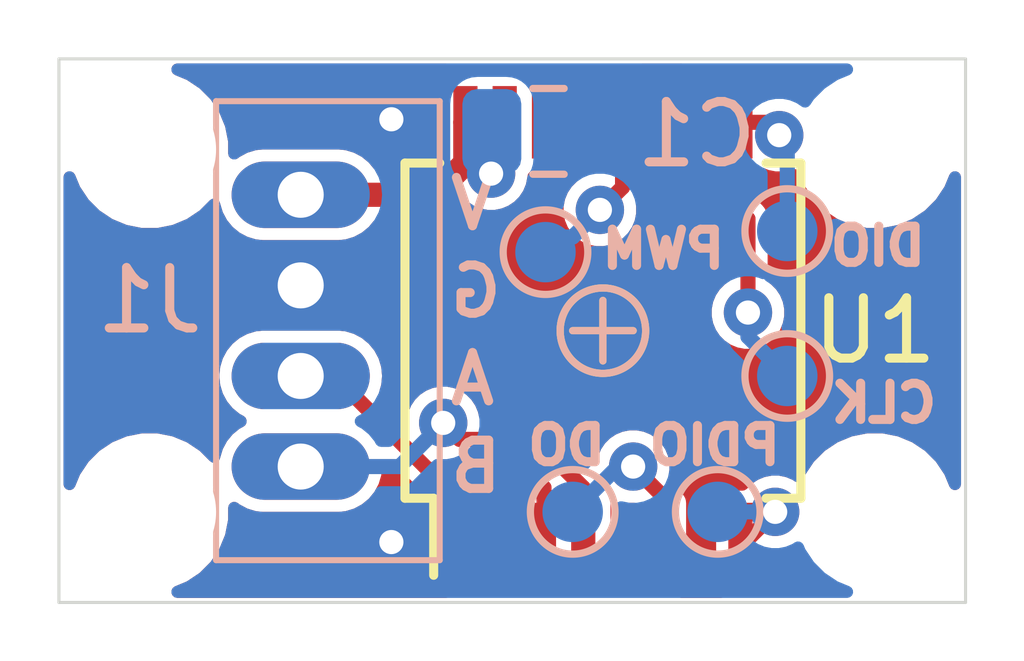
<source format=kicad_pcb>
(kicad_pcb (version 20171130) (host pcbnew 5.1.2-f72e74a~84~ubuntu18.04.1)

  (general
    (thickness 1.6)
    (drawings 19)
    (tracks 53)
    (zones 0)
    (modules 12)
    (nets 12)
  )

  (page A4)
  (layers
    (0 F.Cu signal)
    (31 B.Cu signal)
    (32 B.Adhes user hide)
    (33 F.Adhes user hide)
    (34 B.Paste user hide)
    (35 F.Paste user hide)
    (36 B.SilkS user hide)
    (37 F.SilkS user hide)
    (38 B.Mask user hide)
    (39 F.Mask user hide)
    (40 Dwgs.User user hide)
    (41 Cmts.User user hide)
    (42 Eco1.User user hide)
    (43 Eco2.User user hide)
    (44 Edge.Cuts user)
    (45 Margin user hide)
    (46 B.CrtYd user hide)
    (47 F.CrtYd user hide)
    (48 B.Fab user hide)
    (49 F.Fab user hide)
  )

  (setup
    (last_trace_width 0.25)
    (trace_clearance 0.2)
    (zone_clearance 0.05)
    (zone_45_only no)
    (trace_min 0.2)
    (via_size 0.8)
    (via_drill 0.4)
    (via_min_size 0.4)
    (via_min_drill 0.3)
    (uvia_size 0.3)
    (uvia_drill 0.1)
    (uvias_allowed no)
    (uvia_min_size 0.2)
    (uvia_min_drill 0.1)
    (edge_width 0.05)
    (segment_width 0.2)
    (pcb_text_width 0.3)
    (pcb_text_size 1.5 1.5)
    (mod_edge_width 0.12)
    (mod_text_size 1 1)
    (mod_text_width 0.15)
    (pad_size 1 1)
    (pad_drill 0)
    (pad_to_mask_clearance 0.051)
    (solder_mask_min_width 0.25)
    (aux_axis_origin 0 0)
    (visible_elements FFFFFF7F)
    (pcbplotparams
      (layerselection 0x010f0_ffffffff)
      (usegerberextensions false)
      (usegerberattributes false)
      (usegerberadvancedattributes false)
      (creategerberjobfile false)
      (excludeedgelayer true)
      (linewidth 0.100000)
      (plotframeref false)
      (viasonmask false)
      (mode 1)
      (useauxorigin false)
      (hpglpennumber 1)
      (hpglpenspeed 20)
      (hpglpendiameter 15.000000)
      (psnegative false)
      (psa4output false)
      (plotreference true)
      (plotvalue true)
      (plotinvisibletext false)
      (padsonsilk false)
      (subtractmaskfromsilk false)
      (outputformat 1)
      (mirror false)
      (drillshape 0)
      (scaleselection 1)
      (outputdirectory "./gerber"))
  )

  (net 0 "")
  (net 1 GND)
  (net 2 +3V3)
  (net 3 /DTest2_B)
  (net 4 /DTest1_A)
  (net 5 "Net-(U1-Pad12)")
  (net 6 "Net-(U1-Pad10)")
  (net 7 "Net-(U1-Pad9)")
  (net 8 "Net-(U1-Pad8)")
  (net 9 "Net-(U1-Pad6)")
  (net 10 "Net-(U1-Pad2)")
  (net 11 "Net-(U1-Pad1)")

  (net_class Default "This is the default net class."
    (clearance 0.2)
    (trace_width 0.25)
    (via_dia 0.8)
    (via_drill 0.4)
    (uvia_dia 0.3)
    (uvia_drill 0.1)
    (add_net +3V3)
    (add_net /DTest1_A)
    (add_net /DTest2_B)
    (add_net GND)
    (add_net "Net-(U1-Pad1)")
    (add_net "Net-(U1-Pad10)")
    (add_net "Net-(U1-Pad12)")
    (add_net "Net-(U1-Pad2)")
    (add_net "Net-(U1-Pad6)")
    (add_net "Net-(U1-Pad8)")
    (add_net "Net-(U1-Pad9)")
  )

  (module MountingHole:MountingHole_2.2mm_M2 (layer F.Cu) (tedit 56D1B4CB) (tstamp 5D38E4E1)
    (at 146.5 100.5)
    (descr "Mounting Hole 2.2mm, no annular, M2")
    (tags "mounting hole 2.2mm no annular m2")
    (attr virtual)
    (fp_text reference REF** (at 0 -3.2) (layer F.SilkS) hide
      (effects (font (size 1 1) (thickness 0.15)))
    )
    (fp_text value MountingHole_2.2mm_M2 (at 0 3.2) (layer F.Fab) hide
      (effects (font (size 1 1) (thickness 0.15)))
    )
    (fp_text user %R (at 0.3 0) (layer F.Fab) hide
      (effects (font (size 1 1) (thickness 0.15)))
    )
    (fp_circle (center 0 0) (end 2.2 0) (layer Cmts.User) (width 0.15))
    (fp_circle (center 0 0) (end 2.45 0) (layer F.CrtYd) (width 0.05))
    (pad 1 np_thru_hole circle (at 0 0) (size 2.2 2.2) (drill 2.2) (layers *.Cu *.Mask))
  )

  (module MountingHole:MountingHole_2.2mm_M2 (layer F.Cu) (tedit 56D1B4CB) (tstamp 5D38E4C2)
    (at 146.5 94.5)
    (descr "Mounting Hole 2.2mm, no annular, M2")
    (tags "mounting hole 2.2mm no annular m2")
    (attr virtual)
    (fp_text reference REF** (at 0 -3.2) (layer F.SilkS) hide
      (effects (font (size 1 1) (thickness 0.15)))
    )
    (fp_text value MountingHole_2.2mm_M2 (at 0 3.2) (layer F.Fab) hide
      (effects (font (size 1 1) (thickness 0.15)))
    )
    (fp_circle (center 0 0) (end 2.45 0) (layer F.CrtYd) (width 0.05))
    (fp_circle (center 0 0) (end 2.2 0) (layer Cmts.User) (width 0.15))
    (fp_text user %R (at 0.3 0) (layer F.Fab) hide
      (effects (font (size 1 1) (thickness 0.15)))
    )
    (pad 1 np_thru_hole circle (at 0 0) (size 2.2 2.2) (drill 2.2) (layers *.Cu *.Mask))
  )

  (module MountingHole:MountingHole_2.2mm_M2 (layer F.Cu) (tedit 56D1B4CB) (tstamp 5D38E487)
    (at 158.5 94.5)
    (descr "Mounting Hole 2.2mm, no annular, M2")
    (tags "mounting hole 2.2mm no annular m2")
    (attr virtual)
    (fp_text reference REF** (at 0 -3.2) (layer F.SilkS) hide
      (effects (font (size 1 1) (thickness 0.15)))
    )
    (fp_text value MountingHole_2.2mm_M2 (at 0 3.2) (layer F.Fab) hide
      (effects (font (size 1 1) (thickness 0.15)))
    )
    (fp_text user %R (at 0.3 0) (layer F.Fab) hide
      (effects (font (size 1 1) (thickness 0.15)))
    )
    (fp_circle (center 0 0) (end 2.2 0) (layer Cmts.User) (width 0.15))
    (fp_circle (center 0 0) (end 2.45 0) (layer F.CrtYd) (width 0.05))
    (pad 1 np_thru_hole circle (at 0 0) (size 2.2 2.2) (drill 2.2) (layers *.Cu *.Mask))
  )

  (module MountingHole:MountingHole_2.2mm_M2 (layer F.Cu) (tedit 56D1B4CB) (tstamp 5D38E43D)
    (at 158.5 100.5)
    (descr "Mounting Hole 2.2mm, no annular, M2")
    (tags "mounting hole 2.2mm no annular m2")
    (attr virtual)
    (fp_text reference REF** (at 0 -3.2) (layer F.SilkS) hide
      (effects (font (size 1 1) (thickness 0.15)))
    )
    (fp_text value MountingHole_2.2mm_M2 (at 0 3.2) (layer F.Fab) hide
      (effects (font (size 1 1) (thickness 0.15)))
    )
    (fp_circle (center 0 0) (end 2.45 0) (layer F.CrtYd) (width 0.05))
    (fp_circle (center 0 0) (end 2.2 0) (layer Cmts.User) (width 0.15))
    (fp_text user %R (at 0.3 0) (layer F.Fab) hide
      (effects (font (size 1 1) (thickness 0.15)))
    )
    (pad 1 np_thru_hole circle (at 0 0) (size 2.2 2.2) (drill 2.2) (layers *.Cu *.Mask))
  )

  (module TestPoint:TestPoint_Pad_D1.0mm (layer B.Cu) (tedit 5D1FA530) (tstamp 5D1FA6D0)
    (at 157.05 95.85)
    (descr "SMD pad as test Point, diameter 1.0mm")
    (tags "test point SMD pad")
    (attr virtual)
    (fp_text reference REF** (at 0 1.448) (layer B.SilkS) hide
      (effects (font (size 1 1) (thickness 0.15)) (justify mirror))
    )
    (fp_text value TestPoint_Pad_D1.0mm (at 0 -1.55) (layer B.Fab) hide
      (effects (font (size 1 1) (thickness 0.15)) (justify mirror))
    )
    (fp_text user %R (at 0 1.45) (layer B.Fab) hide
      (effects (font (size 1 1) (thickness 0.15)) (justify mirror))
    )
    (fp_circle (center 0 0) (end 1 0) (layer B.CrtYd) (width 0.05))
    (fp_circle (center 0 0) (end 0 -0.7) (layer B.SilkS) (width 0.12))
    (pad 1 smd circle (at 0 0) (size 1 1) (layers B.Cu B.Mask)
      (net 7 "Net-(U1-Pad9)"))
  )

  (module TestPoint:TestPoint_Pad_D1.0mm (layer B.Cu) (tedit 5D1FA59C) (tstamp 5D1FA75D)
    (at 157.05 98.25)
    (descr "SMD pad as test Point, diameter 1.0mm")
    (tags "test point SMD pad")
    (attr virtual)
    (fp_text reference REF** (at 0 1.448) (layer B.SilkS) hide
      (effects (font (size 1 1) (thickness 0.15)) (justify mirror))
    )
    (fp_text value TestPoint_Pad_D1.0mm (at 0 -1.55) (layer B.Fab) hide
      (effects (font (size 1 1) (thickness 0.15)) (justify mirror))
    )
    (fp_text user %R (at 0 1.45) (layer B.Fab) hide
      (effects (font (size 1 1) (thickness 0.15)) (justify mirror))
    )
    (fp_circle (center 0 0) (end 1 0) (layer B.CrtYd) (width 0.05))
    (fp_circle (center 0 0) (end 0 -0.7) (layer B.SilkS) (width 0.12))
    (pad 1 smd circle (at 0 0) (size 1 1) (layers B.Cu B.Mask)
      (net 6 "Net-(U1-Pad10)"))
  )

  (module TestPoint:TestPoint_Pad_D1.0mm (layer B.Cu) (tedit 5D1FA41C) (tstamp 5D1FA4BD)
    (at 153.05 96.2)
    (descr "SMD pad as test Point, diameter 1.0mm")
    (tags "test point SMD pad")
    (attr virtual)
    (fp_text reference REF** (at 0 1.448) (layer B.SilkS) hide
      (effects (font (size 1 1) (thickness 0.15)) (justify mirror))
    )
    (fp_text value TestPoint_Pad_D1.0mm (at 0 -1.55) (layer B.Fab) hide
      (effects (font (size 1 1) (thickness 0.15)) (justify mirror))
    )
    (fp_circle (center 0 0) (end 0 -0.7) (layer B.SilkS) (width 0.12))
    (fp_circle (center 0 0) (end 1 0) (layer B.CrtYd) (width 0.05))
    (fp_text user %R (at 0 1.45) (layer B.Fab) hide
      (effects (font (size 1 1) (thickness 0.15)) (justify mirror))
    )
    (pad 1 smd circle (at 0 0) (size 1 1) (layers B.Cu B.Mask)
      (net 5 "Net-(U1-Pad12)"))
  )

  (module TestPoint:TestPoint_Pad_D1.0mm (layer B.Cu) (tedit 5D1FA328) (tstamp 5D1FA3BF)
    (at 155.9 100.5)
    (descr "SMD pad as test Point, diameter 1.0mm")
    (tags "test point SMD pad")
    (attr virtual)
    (fp_text reference REF** (at 0 1.448) (layer B.SilkS) hide
      (effects (font (size 1 1) (thickness 0.15)) (justify mirror))
    )
    (fp_text value TestPoint_Pad_D1.0mm (at 0 -1.55) (layer B.Fab) hide
      (effects (font (size 1 1) (thickness 0.15)) (justify mirror))
    )
    (fp_text user %R (at 0 1.45) (layer B.Fab) hide
      (effects (font (size 1 1) (thickness 0.15)) (justify mirror))
    )
    (fp_circle (center 0 0) (end 1 0) (layer B.CrtYd) (width 0.05))
    (fp_circle (center 0 0) (end 0 -0.7) (layer B.SilkS) (width 0.12))
    (pad 1 smd circle (at 0 0) (size 1 1) (layers B.Cu B.Mask)
      (net 8 "Net-(U1-Pad8)"))
  )

  (module TestPoint:TestPoint_Pad_D1.0mm (layer B.Cu) (tedit 5D1CFB7D) (tstamp 5D1CFEDD)
    (at 153.5 100.5)
    (descr "SMD pad as test Point, diameter 1.0mm")
    (tags "test point SMD pad")
    (attr virtual)
    (fp_text reference REF** (at 0 1.448) (layer B.SilkS) hide
      (effects (font (size 1 1) (thickness 0.15)) (justify mirror))
    )
    (fp_text value TestPoint_Pad_D1.0mm (at 0 -1.55) (layer B.Fab) hide
      (effects (font (size 1 1) (thickness 0.15)) (justify mirror))
    )
    (fp_circle (center 0 0) (end 0 -0.7) (layer B.SilkS) (width 0.12))
    (fp_circle (center 0 0) (end 1 0) (layer B.CrtYd) (width 0.05))
    (fp_text user %R (at 0 1.45) (layer B.Fab) hide
      (effects (font (size 1 1) (thickness 0.15)) (justify mirror))
    )
    (pad 1 smd circle (at 0 0) (size 1 1) (layers B.Cu B.Mask)
      (net 9 "Net-(U1-Pad6)"))
  )

  (module Escritorio:B4B-ZR (layer B.Cu) (tedit 5D1B9B2B) (tstamp 5D052C92)
    (at 149.45 97.5 270)
    (path /5D059DBD)
    (fp_text reference J1 (at -0.5 2.95 180) (layer B.SilkS)
      (effects (font (size 1 1) (thickness 0.15)) (justify mirror))
    )
    (fp_text value Conn_01x04_Male (at 0 2.5 90) (layer B.Fab) hide
      (effects (font (size 1 1) (thickness 0.15)) (justify mirror))
    )
    (fp_line (start 3.8 1.85) (end -3.8 1.85) (layer B.SilkS) (width 0.1))
    (fp_line (start -3.8 -1.85) (end -3.8 1.85) (layer B.SilkS) (width 0.1))
    (fp_line (start 3.8 -1.85) (end -3.8 -1.85) (layer B.SilkS) (width 0.1))
    (fp_line (start 3.8 1.85) (end 3.8 -1.85) (layer B.SilkS) (width 0.1))
    (fp_text user %R (at 0 0 90) (layer B.Fab)
      (effects (font (size 0.5 0.5) (thickness 0.075)) (justify mirror))
    )
    (fp_line (start 3.75 1.75) (end 3.75 -1.75) (layer B.Fab) (width 0.1))
    (fp_line (start -3.75 -1.75) (end 3.75 -1.75) (layer B.Fab) (width 0.1))
    (fp_line (start -3.75 1.75) (end 3.75 1.75) (layer B.Fab) (width 0.1))
    (fp_line (start -3.75 1.75) (end -3.75 -1.75) (layer B.Fab) (width 0.1))
    (pad 1 thru_hole oval (at -2.25 0.45 270) (size 1.1 2.286) (drill 0.762) (layers *.Cu *.Mask)
      (net 2 +3V3))
    (pad 2 thru_hole oval (at -0.75 0.45 270) (size 1.1 2.286) (drill 0.762) (layers *.Cu *.Mask)
      (net 1 GND))
    (pad 4 thru_hole oval (at 2.25 0.45 270) (size 1.1 2.286) (drill 0.762) (layers *.Cu *.Mask)
      (net 3 /DTest2_B))
    (pad 3 thru_hole oval (at 0.75 0.45 270) (size 1.1 2.286) (drill 0.762) (layers *.Cu *.Mask)
      (net 4 /DTest1_A))
    (model /home/pcounhago/Fusion003.wrl
      (at (xyz 0 0 0))
      (scale (xyz 1 1 1))
      (rotate (xyz 0 0 0))
    )
  )

  (module Package_SO:SSOP-16_5.3x6.2mm_P0.65mm (layer F.Cu) (tedit 5A02F25C) (tstamp 5D1FADF5)
    (at 154 97.5 90)
    (descr "SSOP16: plastic shrink small outline package; 16 leads; body width 5.3 mm; (see NXP SSOP-TSSOP-VSO-REFLOW.pdf and sot338-1_po.pdf)")
    (tags "SSOP 0.65")
    (path /5D049C5A)
    (attr smd)
    (fp_text reference U1 (at 0 4.5 180) (layer F.SilkS)
      (effects (font (size 1 1) (thickness 0.15)))
    )
    (fp_text value AS5145B-HSST (at -5.5 -1 180) (layer F.Fab) hide
      (effects (font (size 1 1) (thickness 0.15)))
    )
    (fp_text user %R (at 0 0 90) (layer F.Fab)
      (effects (font (size 0.8 0.8) (thickness 0.15)))
    )
    (fp_line (start -2.775 -2.8) (end -4.05 -2.8) (layer F.SilkS) (width 0.15))
    (fp_line (start -2.775 3.275) (end 2.775 3.275) (layer F.SilkS) (width 0.15))
    (fp_line (start -2.775 -3.275) (end 2.775 -3.275) (layer F.SilkS) (width 0.15))
    (fp_line (start -2.775 3.275) (end -2.775 2.7) (layer F.SilkS) (width 0.15))
    (fp_line (start 2.775 3.275) (end 2.775 2.7) (layer F.SilkS) (width 0.15))
    (fp_line (start 2.775 -3.275) (end 2.775 -2.7) (layer F.SilkS) (width 0.15))
    (fp_line (start -2.775 -3.275) (end -2.775 -2.8) (layer F.SilkS) (width 0.15))
    (fp_line (start -4.3 3.45) (end 4.3 3.45) (layer F.CrtYd) (width 0.05))
    (fp_line (start -4.3 -3.45) (end 4.3 -3.45) (layer F.CrtYd) (width 0.05))
    (fp_line (start 4.3 -3.45) (end 4.3 3.45) (layer F.CrtYd) (width 0.05))
    (fp_line (start -4.3 -3.45) (end -4.3 3.45) (layer F.CrtYd) (width 0.05))
    (fp_line (start -2.65 -2.1) (end -1.65 -3.1) (layer F.Fab) (width 0.15))
    (fp_line (start -2.65 3.1) (end -2.65 -2.1) (layer F.Fab) (width 0.15))
    (fp_line (start 2.65 3.1) (end -2.65 3.1) (layer F.Fab) (width 0.15))
    (fp_line (start 2.65 -3.1) (end 2.65 3.1) (layer F.Fab) (width 0.15))
    (fp_line (start -1.65 -3.1) (end 2.65 -3.1) (layer F.Fab) (width 0.15))
    (pad 16 smd rect (at 3.45 -2.275 90) (size 1.2 0.4) (layers F.Cu F.Paste F.Mask)
      (net 2 +3V3))
    (pad 15 smd rect (at 3.45 -1.625 90) (size 1.2 0.4) (layers F.Cu F.Paste F.Mask)
      (net 2 +3V3))
    (pad 14 smd rect (at 3.45 -0.975 90) (size 1.2 0.4) (layers F.Cu F.Paste F.Mask))
    (pad 13 smd rect (at 3.45 -0.325 90) (size 1.2 0.4) (layers F.Cu F.Paste F.Mask))
    (pad 12 smd rect (at 3.45 0.325 90) (size 1.2 0.4) (layers F.Cu F.Paste F.Mask)
      (net 5 "Net-(U1-Pad12)"))
    (pad 11 smd rect (at 3.45 0.975 90) (size 1.2 0.4) (layers F.Cu F.Paste F.Mask)
      (net 1 GND))
    (pad 10 smd rect (at 3.45 1.625 90) (size 1.2 0.4) (layers F.Cu F.Paste F.Mask)
      (net 6 "Net-(U1-Pad10)"))
    (pad 9 smd rect (at 3.45 2.275 90) (size 1.2 0.4) (layers F.Cu F.Paste F.Mask)
      (net 7 "Net-(U1-Pad9)"))
    (pad 8 smd rect (at -3.45 2.275 90) (size 1.2 0.4) (layers F.Cu F.Paste F.Mask)
      (net 8 "Net-(U1-Pad8)"))
    (pad 7 smd rect (at -3.45 1.625 90) (size 1.2 0.4) (layers F.Cu F.Paste F.Mask)
      (net 1 GND))
    (pad 6 smd rect (at -3.45 0.975 90) (size 1.2 0.4) (layers F.Cu F.Paste F.Mask)
      (net 9 "Net-(U1-Pad6)"))
    (pad 5 smd rect (at -3.45 0.325 90) (size 1.2 0.4) (layers F.Cu F.Paste F.Mask))
    (pad 4 smd rect (at -3.45 -0.325 90) (size 1.2 0.4) (layers F.Cu F.Paste F.Mask)
      (net 3 /DTest2_B))
    (pad 3 smd rect (at -3.45 -0.975 90) (size 1.2 0.4) (layers F.Cu F.Paste F.Mask)
      (net 4 /DTest1_A))
    (pad 2 smd rect (at -3.45 -1.625 90) (size 1.2 0.4) (layers F.Cu F.Paste F.Mask)
      (net 10 "Net-(U1-Pad2)"))
    (pad 1 smd rect (at -3.45 -2.275 90) (size 1.2 0.4) (layers F.Cu F.Paste F.Mask)
      (net 11 "Net-(U1-Pad1)"))
    (model ${KISYS3DMOD}/Package_SO.3dshapes/SSOP-16_5.3x6.2mm_P0.65mm.wrl
      (at (xyz 0 0 0))
      (scale (xyz 1 1 1))
      (rotate (xyz 0 0 0))
    )
  )

  (module Capacitor_SMD:C_0805_2012Metric (layer B.Cu) (tedit 5B36C52B) (tstamp 5D052ACB)
    (at 153.1 94.2)
    (descr "Capacitor SMD 0805 (2012 Metric), square (rectangular) end terminal, IPC_7351 nominal, (Body size source: https://docs.google.com/spreadsheets/d/1BsfQQcO9C6DZCsRaXUlFlo91Tg2WpOkGARC1WS5S8t0/edit?usp=sharing), generated with kicad-footprint-generator")
    (tags capacitor)
    (path /5D05977C)
    (attr smd)
    (fp_text reference C1 (at 2.45 0.05 -180) (layer B.SilkS)
      (effects (font (size 1 1) (thickness 0.15)) (justify mirror))
    )
    (fp_text value C (at 0 -1.65) (layer B.Fab) hide
      (effects (font (size 1 1) (thickness 0.15)) (justify mirror))
    )
    (fp_text user %R (at 0 0) (layer B.Fab)
      (effects (font (size 0.5 0.5) (thickness 0.08)) (justify mirror))
    )
    (fp_line (start 1.68 -0.95) (end -1.68 -0.95) (layer B.CrtYd) (width 0.05))
    (fp_line (start 1.68 0.95) (end 1.68 -0.95) (layer B.CrtYd) (width 0.05))
    (fp_line (start -1.68 0.95) (end 1.68 0.95) (layer B.CrtYd) (width 0.05))
    (fp_line (start -1.68 -0.95) (end -1.68 0.95) (layer B.CrtYd) (width 0.05))
    (fp_line (start -0.258578 -0.71) (end 0.258578 -0.71) (layer B.SilkS) (width 0.12))
    (fp_line (start -0.258578 0.71) (end 0.258578 0.71) (layer B.SilkS) (width 0.12))
    (fp_line (start 1 -0.6) (end -1 -0.6) (layer B.Fab) (width 0.1))
    (fp_line (start 1 0.6) (end 1 -0.6) (layer B.Fab) (width 0.1))
    (fp_line (start -1 0.6) (end 1 0.6) (layer B.Fab) (width 0.1))
    (fp_line (start -1 -0.6) (end -1 0.6) (layer B.Fab) (width 0.1))
    (pad 2 smd roundrect (at 0.9375 0) (size 0.975 1.4) (layers B.Cu B.Paste B.Mask) (roundrect_rratio 0.25)
      (net 1 GND))
    (pad 1 smd roundrect (at -0.9375 0) (size 0.975 1.4) (layers B.Cu B.Paste B.Mask) (roundrect_rratio 0.25)
      (net 2 +3V3))
    (model ${KISYS3DMOD}/Capacitor_SMD.3dshapes/C_0805_2012Metric.wrl
      (at (xyz 0 0 0))
      (scale (xyz 1 1 1))
      (rotate (xyz 0 0 0))
    )
  )

  (gr_text CLK (at 158.65 98.7) (layer B.SilkS) (tstamp 5D1FA984)
    (effects (font (size 0.6 0.6) (thickness 0.15)) (justify mirror))
  )
  (gr_text PWM (at 155 96.15) (layer B.SilkS) (tstamp 5D1FA982)
    (effects (font (size 0.6 0.6) (thickness 0.15)) (justify mirror))
  )
  (gr_text DIO (at 158.55 96.1) (layer B.SilkS) (tstamp 5D1FA980)
    (effects (font (size 0.6 0.6) (thickness 0.15)) (justify mirror))
  )
  (gr_text DO (at 153.4 99.4) (layer B.SilkS) (tstamp 5D1FA92F)
    (effects (font (size 0.6 0.6) (thickness 0.15)) (justify mirror))
  )
  (gr_text "PDIO\n" (at 155.85 99.4) (layer B.SilkS)
    (effects (font (size 0.6 0.6) (thickness 0.15)) (justify mirror))
  )
  (gr_line (start 154.5 97.5) (end 153.5 97.5) (layer F.SilkS) (width 0.12) (tstamp 5D0622C2))
  (gr_circle (center 154 97.5) (end 153.5 98) (layer F.SilkS) (width 0.12) (tstamp 5D0622C1))
  (gr_line (start 154 98) (end 154 97) (layer F.SilkS) (width 0.12) (tstamp 5D0622C0))
  (gr_circle (center 154 97.5) (end 153.5 97) (layer B.SilkS) (width 0.12))
  (gr_line (start 154.5 97.5) (end 153.5 97.5) (layer B.SilkS) (width 0.12))
  (gr_line (start 154 97) (end 154 98) (layer B.SilkS) (width 0.12))
  (gr_text V (at 151.842857 95.4) (layer B.SilkS) (tstamp 5D3745AE)
    (effects (font (size 0.8 0.8) (thickness 0.15)) (justify mirror))
  )
  (gr_text B (at 151.9 99.75) (layer B.SilkS) (tstamp 5D0529BE)
    (effects (font (size 0.8 0.8) (thickness 0.15)) (justify mirror))
  )
  (gr_text A (at 151.842857 98.3) (layer B.SilkS) (tstamp 5D0529BB)
    (effects (font (size 0.8 0.8) (thickness 0.15)) (justify mirror))
  )
  (gr_text G (at 151.9 96.85) (layer B.SilkS) (tstamp 5D0529B8)
    (effects (font (size 0.8 0.8) (thickness 0.15)) (justify mirror))
  )
  (gr_line (start 145 93) (end 145 102) (layer Edge.Cuts) (width 0.05) (tstamp 5D05256C))
  (gr_line (start 160 93) (end 145 93) (layer Edge.Cuts) (width 0.05))
  (gr_line (start 160 102) (end 160 93) (layer Edge.Cuts) (width 0.05))
  (gr_line (start 160 102) (end 145 102) (layer Edge.Cuts) (width 0.05) (tstamp 5D043230))

  (via (at 150.5 101) (size 0.8) (drill 0.4) (layers F.Cu B.Cu) (net 1))
  (via (at 150.5 94) (size 0.8) (drill 0.4) (layers F.Cu B.Cu) (net 1))
  (segment (start 151.725 94.725) (end 151.725 94.05) (width 0.4) (layer F.Cu) (net 2))
  (segment (start 148.95 95.25) (end 151.2 95.25) (width 0.4) (layer F.Cu) (net 2))
  (segment (start 151.2 95.25) (end 151.725 94.725) (width 0.4) (layer F.Cu) (net 2))
  (via (at 152.15 94.9) (size 0.8) (drill 0.4) (layers F.Cu B.Cu) (net 2))
  (segment (start 152.1625 94.8875) (end 152.15 94.9) (width 0.25) (layer B.Cu) (net 2))
  (segment (start 152.1625 94.2) (end 152.1625 94.8875) (width 0.4) (layer B.Cu) (net 2))
  (segment (start 152.375 94.05) (end 151.725 94.05) (width 0.4) (layer F.Cu) (net 2))
  (segment (start 152.05 94.8) (end 152.15 94.9) (width 0.4) (layer F.Cu) (net 2))
  (segment (start 152.05 94.3) (end 152.05 94.8) (width 0.4) (layer F.Cu) (net 2))
  (segment (start 151.725 94.05) (end 151.975 94.3) (width 0.4) (layer F.Cu) (net 2))
  (segment (start 151.975 94.3) (end 152.05 94.3) (width 0.4) (layer F.Cu) (net 2))
  (via (at 151.357814 99.027043) (size 0.8) (drill 0.4) (layers F.Cu B.Cu) (net 3))
  (segment (start 150.634857 99.75) (end 151.357814 99.027043) (width 0.25) (layer B.Cu) (net 3))
  (segment (start 148.95 99.75) (end 150.634857 99.75) (width 0.25) (layer B.Cu) (net 3))
  (segment (start 151.630771 99.3) (end 151.357814 99.027043) (width 0.25) (layer F.Cu) (net 3))
  (segment (start 152.875 99.3) (end 151.630771 99.3) (width 0.25) (layer F.Cu) (net 3))
  (segment (start 153.675 100.95) (end 153.675 100.1) (width 0.25) (layer F.Cu) (net 3))
  (segment (start 153.675 100.1) (end 152.875 99.3) (width 0.25) (layer F.Cu) (net 3))
  (segment (start 152.725 99.8) (end 153.025 100.1) (width 0.25) (layer F.Cu) (net 4))
  (segment (start 151.105452 99.8) (end 152.725 99.8) (width 0.25) (layer F.Cu) (net 4))
  (segment (start 148.95 98.25) (end 149.555452 98.25) (width 0.25) (layer F.Cu) (net 4))
  (segment (start 149.555452 98.25) (end 151.105452 99.8) (width 0.25) (layer F.Cu) (net 4))
  (segment (start 153.025 100.1) (end 153.025 100.95) (width 0.25) (layer F.Cu) (net 4))
  (via (at 153.95 95.5) (size 0.8) (drill 0.4) (layers F.Cu B.Cu) (net 5))
  (segment (start 154.3 94.075) (end 154.325 94.05) (width 0.25) (layer F.Cu) (net 5))
  (segment (start 153.5 95.95) (end 153.95 95.5) (width 0.25) (layer B.Cu) (net 5))
  (segment (start 152.95 95.95) (end 153.5 95.95) (width 0.25) (layer B.Cu) (net 5))
  (segment (start 154.325 95.125) (end 154.325 94.05) (width 0.25) (layer F.Cu) (net 5))
  (segment (start 153.95 95.5) (end 154.325 95.125) (width 0.25) (layer F.Cu) (net 5))
  (segment (start 156.4 97.6) (end 157.05 98.25) (width 0.25) (layer B.Cu) (net 6))
  (via (at 156.4 97.2) (size 0.8) (drill 0.4) (layers F.Cu B.Cu) (net 6))
  (segment (start 156.4 97.2) (end 156.4 97.6) (width 0.25) (layer B.Cu) (net 6))
  (segment (start 156.4 95.65) (end 156.4 97.2) (width 0.25) (layer F.Cu) (net 6))
  (segment (start 155.625 94.05) (end 155.625 94.875) (width 0.25) (layer F.Cu) (net 6))
  (segment (start 155.625 94.875) (end 156.4 95.65) (width 0.25) (layer F.Cu) (net 6))
  (segment (start 156.275 94.05) (end 156.35 94.05) (width 0.25) (layer F.Cu) (net 7))
  (segment (start 157.05 95.85) (end 157.05 94.395651) (width 0.25) (layer B.Cu) (net 7))
  (segment (start 156.917079 94.242079) (end 156.917079 94.26273) (width 0.25) (layer F.Cu) (net 7))
  (segment (start 156.725 94.05) (end 156.917079 94.242079) (width 0.25) (layer F.Cu) (net 7))
  (via (at 156.917079 94.26273) (size 0.8) (drill 0.4) (layers F.Cu B.Cu) (net 7))
  (segment (start 157.05 94.395651) (end 156.917079 94.26273) (width 0.25) (layer B.Cu) (net 7))
  (segment (start 156.275 94.05) (end 156.725 94.05) (width 0.25) (layer F.Cu) (net 7))
  (via (at 156.85 100.5) (size 0.8) (drill 0.4) (layers F.Cu B.Cu) (net 8))
  (segment (start 156.4 100.95) (end 156.85 100.5) (width 0.25) (layer F.Cu) (net 8))
  (segment (start 156.275 100.95) (end 156.4 100.95) (width 0.25) (layer F.Cu) (net 8))
  (segment (start 156.85 100.5) (end 155.9 100.5) (width 0.25) (layer B.Cu) (net 8))
  (segment (start 154.975 100.95) (end 154.975 100.224998) (width 0.25) (layer F.Cu) (net 9))
  (via (at 154.5 99.749998) (size 0.8) (drill 0.4) (layers F.Cu B.Cu) (net 9))
  (segment (start 154.975 100.224998) (end 154.5 99.749998) (width 0.25) (layer F.Cu) (net 9))
  (segment (start 154.250002 99.749998) (end 153.5 100.5) (width 0.25) (layer B.Cu) (net 9))
  (segment (start 154.5 99.749998) (end 154.250002 99.749998) (width 0.25) (layer B.Cu) (net 9))

  (zone (net 1) (net_name GND) (layer F.Cu) (tstamp 5D38E602) (hatch edge 0.508)
    (connect_pads yes (clearance 0.05))
    (min_thickness 0.2)
    (fill yes (arc_segments 32) (thermal_gap 0.2) (thermal_bridge_width 0.5))
    (polygon
      (pts
        (xy 145 102) (xy 145 93) (xy 160 93) (xy 160 102)
      )
    )
    (filled_polygon
      (pts
        (xy 150.790171 100.08576) (xy 150.803478 100.101974) (xy 150.868192 100.155084) (xy 150.942025 100.194548) (xy 150.997835 100.211478)
        (xy 151.022137 100.21885) (xy 151.03055 100.219679) (xy 151.084578 100.225) (xy 151.084584 100.225) (xy 151.105451 100.227055)
        (xy 151.126318 100.225) (xy 151.251649 100.225) (xy 151.246496 100.23464) (xy 151.229341 100.29119) (xy 151.223549 100.35)
        (xy 151.223549 101.55) (xy 151.229341 101.60881) (xy 151.246496 101.66536) (xy 151.274353 101.717477) (xy 151.311842 101.763158)
        (xy 151.357523 101.800647) (xy 151.403084 101.825) (xy 146.959544 101.825) (xy 147.163149 101.740664) (xy 147.392448 101.587451)
        (xy 147.587451 101.392448) (xy 147.740664 101.163149) (xy 147.846199 100.908365) (xy 147.9 100.637888) (xy 147.9 100.433511)
        (xy 147.932481 100.460168) (xy 148.080145 100.539097) (xy 148.240371 100.5877) (xy 148.365251 100.6) (xy 149.634749 100.6)
        (xy 149.759629 100.5877) (xy 149.919855 100.539097) (xy 150.067519 100.460168) (xy 150.196948 100.353948) (xy 150.303168 100.224519)
        (xy 150.382097 100.076855) (xy 150.4307 99.916629) (xy 150.447112 99.75) (xy 150.446315 99.741903)
      )
    )
    (filled_polygon
      (pts
        (xy 155.257523 93.199353) (xy 155.211842 93.236842) (xy 155.174353 93.282523) (xy 155.146496 93.33464) (xy 155.129341 93.39119)
        (xy 155.123549 93.45) (xy 155.123549 94.65) (xy 155.129341 94.70881) (xy 155.146496 94.76536) (xy 155.174353 94.817477)
        (xy 155.200001 94.848729) (xy 155.200001 94.854124) (xy 155.197945 94.875) (xy 155.20615 94.958314) (xy 155.220049 95.00413)
        (xy 155.230453 95.038427) (xy 155.269917 95.11226) (xy 155.323027 95.176974) (xy 155.339239 95.190279) (xy 155.975 95.82604)
        (xy 155.975001 96.642092) (xy 155.953776 96.656274) (xy 155.856274 96.753776) (xy 155.779668 96.868426) (xy 155.726901 96.995818)
        (xy 155.7 97.131056) (xy 155.7 97.268944) (xy 155.726901 97.404182) (xy 155.779668 97.531574) (xy 155.856274 97.646224)
        (xy 155.953776 97.743726) (xy 156.068426 97.820332) (xy 156.195818 97.873099) (xy 156.331056 97.9) (xy 156.468944 97.9)
        (xy 156.604182 97.873099) (xy 156.731574 97.820332) (xy 156.846224 97.743726) (xy 156.943726 97.646224) (xy 157.020332 97.531574)
        (xy 157.073099 97.404182) (xy 157.1 97.268944) (xy 157.1 97.131056) (xy 157.073099 96.995818) (xy 157.020332 96.868426)
        (xy 156.943726 96.753776) (xy 156.846224 96.656274) (xy 156.825 96.642093) (xy 156.825 95.670874) (xy 156.827056 95.65)
        (xy 156.81885 95.566686) (xy 156.794548 95.486573) (xy 156.770866 95.442267) (xy 156.755084 95.41274) (xy 156.701974 95.348026)
        (xy 156.685758 95.334718) (xy 156.302491 94.951451) (xy 156.475 94.951451) (xy 156.53381 94.945659) (xy 156.59036 94.928504)
        (xy 156.636139 94.904035) (xy 156.712897 94.935829) (xy 156.848135 94.96273) (xy 156.986023 94.96273) (xy 157.121261 94.935829)
        (xy 157.158746 94.920302) (xy 157.259336 95.163149) (xy 157.412549 95.392448) (xy 157.607552 95.587451) (xy 157.836851 95.740664)
        (xy 158.091635 95.846199) (xy 158.362112 95.9) (xy 158.637888 95.9) (xy 158.908365 95.846199) (xy 159.163149 95.740664)
        (xy 159.392448 95.587451) (xy 159.587451 95.392448) (xy 159.740664 95.163149) (xy 159.825001 94.959542) (xy 159.825 100.040456)
        (xy 159.740664 99.836851) (xy 159.587451 99.607552) (xy 159.392448 99.412549) (xy 159.163149 99.259336) (xy 158.908365 99.153801)
        (xy 158.637888 99.1) (xy 158.362112 99.1) (xy 158.091635 99.153801) (xy 157.836851 99.259336) (xy 157.607552 99.412549)
        (xy 157.412549 99.607552) (xy 157.259336 99.836851) (xy 157.228589 99.911082) (xy 157.181574 99.879668) (xy 157.054182 99.826901)
        (xy 156.918944 99.8) (xy 156.781056 99.8) (xy 156.645818 99.826901) (xy 156.518426 99.879668) (xy 156.403776 99.956274)
        (xy 156.311501 100.048549) (xy 156.075 100.048549) (xy 156.01619 100.054341) (xy 155.95964 100.071496) (xy 155.907523 100.099353)
        (xy 155.861842 100.136842) (xy 155.824353 100.182523) (xy 155.796496 100.23464) (xy 155.779341 100.29119) (xy 155.773549 100.35)
        (xy 155.773549 101.55) (xy 155.779341 101.60881) (xy 155.796496 101.66536) (xy 155.824353 101.717477) (xy 155.861842 101.763158)
        (xy 155.907523 101.800647) (xy 155.953084 101.825) (xy 155.296916 101.825) (xy 155.342477 101.800647) (xy 155.388158 101.763158)
        (xy 155.425647 101.717477) (xy 155.453504 101.66536) (xy 155.470659 101.60881) (xy 155.476451 101.55) (xy 155.476451 100.35)
        (xy 155.470659 100.29119) (xy 155.453504 100.23464) (xy 155.425647 100.182523) (xy 155.394084 100.144063) (xy 155.39385 100.141684)
        (xy 155.369548 100.061571) (xy 155.330084 99.987738) (xy 155.276974 99.923024) (xy 155.260762 99.909719) (xy 155.19502 99.843977)
        (xy 155.2 99.818942) (xy 155.2 99.681054) (xy 155.173099 99.545816) (xy 155.120332 99.418424) (xy 155.043726 99.303774)
        (xy 154.946224 99.206272) (xy 154.831574 99.129666) (xy 154.704182 99.076899) (xy 154.568944 99.049998) (xy 154.431056 99.049998)
        (xy 154.295818 99.076899) (xy 154.168426 99.129666) (xy 154.053776 99.206272) (xy 153.956274 99.303774) (xy 153.879668 99.418424)
        (xy 153.826901 99.545816) (xy 153.809473 99.633432) (xy 153.190283 99.014243) (xy 153.176974 98.998026) (xy 153.11226 98.944916)
        (xy 153.038427 98.905452) (xy 152.958314 98.88115) (xy 152.895874 98.875) (xy 152.895867 98.875) (xy 152.875 98.872945)
        (xy 152.854133 98.875) (xy 152.041284 98.875) (xy 152.030913 98.822861) (xy 151.978146 98.695469) (xy 151.90154 98.580819)
        (xy 151.804038 98.483317) (xy 151.689388 98.406711) (xy 151.561996 98.353944) (xy 151.426758 98.327043) (xy 151.28887 98.327043)
        (xy 151.153632 98.353944) (xy 151.02624 98.406711) (xy 150.91159 98.483317) (xy 150.814088 98.580819) (xy 150.737482 98.695469)
        (xy 150.697789 98.791297) (xy 150.405662 98.49917) (xy 150.4307 98.416629) (xy 150.447112 98.25) (xy 150.4307 98.083371)
        (xy 150.382097 97.923145) (xy 150.303168 97.775481) (xy 150.196948 97.646052) (xy 150.067519 97.539832) (xy 149.919855 97.460903)
        (xy 149.759629 97.4123) (xy 149.634749 97.4) (xy 148.365251 97.4) (xy 148.240371 97.4123) (xy 148.080145 97.460903)
        (xy 147.932481 97.539832) (xy 147.803052 97.646052) (xy 147.696832 97.775481) (xy 147.617903 97.923145) (xy 147.5693 98.083371)
        (xy 147.552888 98.25) (xy 147.5693 98.416629) (xy 147.617903 98.576855) (xy 147.696832 98.724519) (xy 147.803052 98.853948)
        (xy 147.932481 98.960168) (xy 148.007001 99) (xy 147.932481 99.039832) (xy 147.803052 99.146052) (xy 147.696832 99.275481)
        (xy 147.617903 99.423145) (xy 147.5693 99.583371) (xy 147.568759 99.58886) (xy 147.392448 99.412549) (xy 147.163149 99.259336)
        (xy 146.908365 99.153801) (xy 146.637888 99.1) (xy 146.362112 99.1) (xy 146.091635 99.153801) (xy 145.836851 99.259336)
        (xy 145.607552 99.412549) (xy 145.412549 99.607552) (xy 145.259336 99.836851) (xy 145.175 100.040456) (xy 145.175 94.959544)
        (xy 145.259336 95.163149) (xy 145.412549 95.392448) (xy 145.607552 95.587451) (xy 145.836851 95.740664) (xy 146.091635 95.846199)
        (xy 146.362112 95.9) (xy 146.637888 95.9) (xy 146.908365 95.846199) (xy 147.163149 95.740664) (xy 147.392448 95.587451)
        (xy 147.568759 95.41114) (xy 147.5693 95.416629) (xy 147.617903 95.576855) (xy 147.696832 95.724519) (xy 147.803052 95.853948)
        (xy 147.932481 95.960168) (xy 148.080145 96.039097) (xy 148.240371 96.0877) (xy 148.365251 96.1) (xy 149.634749 96.1)
        (xy 149.759629 96.0877) (xy 149.919855 96.039097) (xy 150.067519 95.960168) (xy 150.196948 95.853948) (xy 150.282256 95.75)
        (xy 151.17544 95.75) (xy 151.2 95.752419) (xy 151.22456 95.75) (xy 151.298017 95.742765) (xy 151.392267 95.714175)
        (xy 151.479129 95.667746) (xy 151.555264 95.605264) (xy 151.570929 95.586176) (xy 151.709533 95.447573) (xy 151.818426 95.520332)
        (xy 151.945818 95.573099) (xy 152.081056 95.6) (xy 152.218944 95.6) (xy 152.354182 95.573099) (xy 152.481574 95.520332)
        (xy 152.596224 95.443726) (xy 152.693726 95.346224) (xy 152.770332 95.231574) (xy 152.823099 95.104182) (xy 152.85 94.968944)
        (xy 152.85 94.951451) (xy 153.225 94.951451) (xy 153.28381 94.945659) (xy 153.34036 94.928504) (xy 153.35 94.923351)
        (xy 153.35964 94.928504) (xy 153.41619 94.945659) (xy 153.475 94.951451) (xy 153.510994 94.951451) (xy 153.503776 94.956274)
        (xy 153.406274 95.053776) (xy 153.329668 95.168426) (xy 153.276901 95.295818) (xy 153.25 95.431056) (xy 153.25 95.568944)
        (xy 153.276901 95.704182) (xy 153.329668 95.831574) (xy 153.406274 95.946224) (xy 153.503776 96.043726) (xy 153.618426 96.120332)
        (xy 153.745818 96.173099) (xy 153.881056 96.2) (xy 154.018944 96.2) (xy 154.154182 96.173099) (xy 154.281574 96.120332)
        (xy 154.396224 96.043726) (xy 154.493726 95.946224) (xy 154.570332 95.831574) (xy 154.623099 95.704182) (xy 154.65 95.568944)
        (xy 154.65 95.431056) (xy 154.644854 95.405187) (xy 154.680084 95.36226) (xy 154.719548 95.288427) (xy 154.740989 95.217746)
        (xy 154.74385 95.208315) (xy 154.745735 95.189175) (xy 154.75 95.145874) (xy 154.75 95.145868) (xy 154.752055 95.125001)
        (xy 154.75 95.104134) (xy 154.75 94.848728) (xy 154.775647 94.817477) (xy 154.803504 94.76536) (xy 154.820659 94.70881)
        (xy 154.826451 94.65) (xy 154.826451 93.45) (xy 154.820659 93.39119) (xy 154.803504 93.33464) (xy 154.775647 93.282523)
        (xy 154.738158 93.236842) (xy 154.692477 93.199353) (xy 154.646916 93.175) (xy 155.303084 93.175)
      )
    )
    (filled_polygon
      (pts
        (xy 151.357523 93.199353) (xy 151.311842 93.236842) (xy 151.274353 93.282523) (xy 151.246496 93.33464) (xy 151.229341 93.39119)
        (xy 151.223549 93.45) (xy 151.223549 94.040172) (xy 151.222581 94.05) (xy 151.223549 94.059828) (xy 151.223549 94.519345)
        (xy 150.992895 94.75) (xy 150.282256 94.75) (xy 150.196948 94.646052) (xy 150.067519 94.539832) (xy 149.919855 94.460903)
        (xy 149.759629 94.4123) (xy 149.634749 94.4) (xy 148.365251 94.4) (xy 148.240371 94.4123) (xy 148.080145 94.460903)
        (xy 147.932481 94.539832) (xy 147.9 94.566489) (xy 147.9 94.362112) (xy 147.846199 94.091635) (xy 147.740664 93.836851)
        (xy 147.587451 93.607552) (xy 147.392448 93.412549) (xy 147.163149 93.259336) (xy 146.959544 93.175) (xy 151.403084 93.175)
      )
    )
  )
  (zone (net 1) (net_name GND) (layer B.Cu) (tstamp 5D38E5FF) (hatch edge 0.508)
    (connect_pads yes (clearance 0.05))
    (min_thickness 0.2)
    (fill yes (arc_segments 32) (thermal_gap 0.2) (thermal_bridge_width 0.5))
    (polygon
      (pts
        (xy 145 102) (xy 145 93) (xy 160 93) (xy 160 102)
      )
    )
    (filled_polygon
      (pts
        (xy 157.836851 93.259336) (xy 157.607552 93.412549) (xy 157.412549 93.607552) (xy 157.345865 93.707352) (xy 157.248653 93.642398)
        (xy 157.121261 93.589631) (xy 156.986023 93.56273) (xy 156.848135 93.56273) (xy 156.712897 93.589631) (xy 156.585505 93.642398)
        (xy 156.470855 93.719004) (xy 156.373353 93.816506) (xy 156.296747 93.931156) (xy 156.24398 94.058548) (xy 156.217079 94.193786)
        (xy 156.217079 94.331674) (xy 156.24398 94.466912) (xy 156.296747 94.594304) (xy 156.373353 94.708954) (xy 156.470855 94.806456)
        (xy 156.585505 94.883062) (xy 156.625001 94.899421) (xy 156.625 95.171824) (xy 156.54003 95.228599) (xy 156.428599 95.34003)
        (xy 156.341049 95.471058) (xy 156.280743 95.616649) (xy 156.25 95.771207) (xy 156.25 95.928793) (xy 156.280743 96.083351)
        (xy 156.341049 96.228942) (xy 156.428599 96.35997) (xy 156.54003 96.471401) (xy 156.653933 96.547508) (xy 156.604182 96.526901)
        (xy 156.468944 96.5) (xy 156.331056 96.5) (xy 156.195818 96.526901) (xy 156.068426 96.579668) (xy 155.953776 96.656274)
        (xy 155.856274 96.753776) (xy 155.779668 96.868426) (xy 155.726901 96.995818) (xy 155.7 97.131056) (xy 155.7 97.268944)
        (xy 155.726901 97.404182) (xy 155.779668 97.531574) (xy 155.856274 97.646224) (xy 155.953776 97.743726) (xy 156.017782 97.786493)
        (xy 156.044917 97.83726) (xy 156.098027 97.901974) (xy 156.114239 97.915279) (xy 156.269937 98.070977) (xy 156.25 98.171207)
        (xy 156.25 98.328793) (xy 156.280743 98.483351) (xy 156.341049 98.628942) (xy 156.428599 98.75997) (xy 156.54003 98.871401)
        (xy 156.671058 98.958951) (xy 156.816649 99.019257) (xy 156.971207 99.05) (xy 157.128793 99.05) (xy 157.283351 99.019257)
        (xy 157.428942 98.958951) (xy 157.55997 98.871401) (xy 157.671401 98.75997) (xy 157.758951 98.628942) (xy 157.819257 98.483351)
        (xy 157.85 98.328793) (xy 157.85 98.171207) (xy 157.819257 98.016649) (xy 157.758951 97.871058) (xy 157.671401 97.74003)
        (xy 157.55997 97.628599) (xy 157.428942 97.541049) (xy 157.283351 97.480743) (xy 157.128793 97.45) (xy 157.054121 97.45)
        (xy 157.073099 97.404182) (xy 157.1 97.268944) (xy 157.1 97.131056) (xy 157.073099 96.995818) (xy 157.020332 96.868426)
        (xy 156.943726 96.753776) (xy 156.846224 96.656274) (xy 156.748701 96.591112) (xy 156.816649 96.619257) (xy 156.971207 96.65)
        (xy 157.128793 96.65) (xy 157.283351 96.619257) (xy 157.428942 96.558951) (xy 157.55997 96.471401) (xy 157.671401 96.35997)
        (xy 157.758951 96.228942) (xy 157.819257 96.083351) (xy 157.85 95.928793) (xy 157.85 95.771207) (xy 157.84456 95.743857)
        (xy 158.091635 95.846199) (xy 158.362112 95.9) (xy 158.637888 95.9) (xy 158.908365 95.846199) (xy 159.163149 95.740664)
        (xy 159.392448 95.587451) (xy 159.587451 95.392448) (xy 159.740664 95.163149) (xy 159.825001 94.959542) (xy 159.825 100.040456)
        (xy 159.740664 99.836851) (xy 159.587451 99.607552) (xy 159.392448 99.412549) (xy 159.163149 99.259336) (xy 158.908365 99.153801)
        (xy 158.637888 99.1) (xy 158.362112 99.1) (xy 158.091635 99.153801) (xy 157.836851 99.259336) (xy 157.607552 99.412549)
        (xy 157.412549 99.607552) (xy 157.259336 99.836851) (xy 157.228589 99.911082) (xy 157.181574 99.879668) (xy 157.054182 99.826901)
        (xy 156.918944 99.8) (xy 156.781056 99.8) (xy 156.645818 99.826901) (xy 156.518426 99.879668) (xy 156.454052 99.922681)
        (xy 156.40997 99.878599) (xy 156.278942 99.791049) (xy 156.133351 99.730743) (xy 155.978793 99.7) (xy 155.821207 99.7)
        (xy 155.666649 99.730743) (xy 155.521058 99.791049) (xy 155.39003 99.878599) (xy 155.278599 99.99003) (xy 155.191049 100.121058)
        (xy 155.130743 100.266649) (xy 155.1 100.421207) (xy 155.1 100.578793) (xy 155.130743 100.733351) (xy 155.191049 100.878942)
        (xy 155.278599 101.00997) (xy 155.39003 101.121401) (xy 155.521058 101.208951) (xy 155.666649 101.269257) (xy 155.821207 101.3)
        (xy 155.978793 101.3) (xy 156.133351 101.269257) (xy 156.278942 101.208951) (xy 156.40997 101.121401) (xy 156.454052 101.077319)
        (xy 156.518426 101.120332) (xy 156.645818 101.173099) (xy 156.781056 101.2) (xy 156.918944 101.2) (xy 157.054182 101.173099)
        (xy 157.181574 101.120332) (xy 157.228589 101.088918) (xy 157.259336 101.163149) (xy 157.412549 101.392448) (xy 157.607552 101.587451)
        (xy 157.836851 101.740664) (xy 158.040456 101.825) (xy 146.959544 101.825) (xy 147.163149 101.740664) (xy 147.392448 101.587451)
        (xy 147.587451 101.392448) (xy 147.740664 101.163149) (xy 147.846199 100.908365) (xy 147.9 100.637888) (xy 147.9 100.433511)
        (xy 147.932481 100.460168) (xy 148.080145 100.539097) (xy 148.240371 100.5877) (xy 148.365251 100.6) (xy 149.634749 100.6)
        (xy 149.759629 100.5877) (xy 149.919855 100.539097) (xy 150.067519 100.460168) (xy 150.114992 100.421207) (xy 152.7 100.421207)
        (xy 152.7 100.578793) (xy 152.730743 100.733351) (xy 152.791049 100.878942) (xy 152.878599 101.00997) (xy 152.99003 101.121401)
        (xy 153.121058 101.208951) (xy 153.266649 101.269257) (xy 153.421207 101.3) (xy 153.578793 101.3) (xy 153.733351 101.269257)
        (xy 153.878942 101.208951) (xy 154.00997 101.121401) (xy 154.121401 101.00997) (xy 154.208951 100.878942) (xy 154.269257 100.733351)
        (xy 154.3 100.578793) (xy 154.3 100.423929) (xy 154.431056 100.449998) (xy 154.568944 100.449998) (xy 154.704182 100.423097)
        (xy 154.831574 100.37033) (xy 154.946224 100.293724) (xy 155.043726 100.196222) (xy 155.120332 100.081572) (xy 155.173099 99.95418)
        (xy 155.2 99.818942) (xy 155.2 99.681054) (xy 155.173099 99.545816) (xy 155.120332 99.418424) (xy 155.043726 99.303774)
        (xy 154.946224 99.206272) (xy 154.831574 99.129666) (xy 154.704182 99.076899) (xy 154.568944 99.049998) (xy 154.431056 99.049998)
        (xy 154.295818 99.076899) (xy 154.168426 99.129666) (xy 154.053776 99.206272) (xy 153.956274 99.303774) (xy 153.879668 99.418424)
        (xy 153.826901 99.545816) (xy 153.820385 99.578574) (xy 153.679023 99.719937) (xy 153.578793 99.7) (xy 153.421207 99.7)
        (xy 153.266649 99.730743) (xy 153.121058 99.791049) (xy 152.99003 99.878599) (xy 152.878599 99.99003) (xy 152.791049 100.121058)
        (xy 152.730743 100.266649) (xy 152.7 100.421207) (xy 150.114992 100.421207) (xy 150.196948 100.353948) (xy 150.303168 100.224519)
        (xy 150.329637 100.175) (xy 150.61399 100.175) (xy 150.634857 100.177055) (xy 150.655724 100.175) (xy 150.655731 100.175)
        (xy 150.718171 100.16885) (xy 150.798284 100.144548) (xy 150.872117 100.105084) (xy 150.936831 100.051974) (xy 150.950141 100.035756)
        (xy 151.263834 99.722063) (xy 151.28887 99.727043) (xy 151.426758 99.727043) (xy 151.561996 99.700142) (xy 151.689388 99.647375)
        (xy 151.804038 99.570769) (xy 151.90154 99.473267) (xy 151.978146 99.358617) (xy 152.030913 99.231225) (xy 152.057814 99.095987)
        (xy 152.057814 98.958099) (xy 152.030913 98.822861) (xy 151.978146 98.695469) (xy 151.90154 98.580819) (xy 151.804038 98.483317)
        (xy 151.689388 98.406711) (xy 151.561996 98.353944) (xy 151.426758 98.327043) (xy 151.28887 98.327043) (xy 151.153632 98.353944)
        (xy 151.02624 98.406711) (xy 150.91159 98.483317) (xy 150.814088 98.580819) (xy 150.737482 98.695469) (xy 150.684715 98.822861)
        (xy 150.657814 98.958099) (xy 150.657814 99.095987) (xy 150.662794 99.121023) (xy 150.458817 99.325) (xy 150.329637 99.325)
        (xy 150.303168 99.275481) (xy 150.196948 99.146052) (xy 150.067519 99.039832) (xy 149.992999 99) (xy 150.067519 98.960168)
        (xy 150.196948 98.853948) (xy 150.303168 98.724519) (xy 150.382097 98.576855) (xy 150.4307 98.416629) (xy 150.447112 98.25)
        (xy 150.4307 98.083371) (xy 150.382097 97.923145) (xy 150.303168 97.775481) (xy 150.196948 97.646052) (xy 150.067519 97.539832)
        (xy 149.919855 97.460903) (xy 149.759629 97.4123) (xy 149.634749 97.4) (xy 148.365251 97.4) (xy 148.240371 97.4123)
        (xy 148.080145 97.460903) (xy 147.932481 97.539832) (xy 147.803052 97.646052) (xy 147.696832 97.775481) (xy 147.617903 97.923145)
        (xy 147.5693 98.083371) (xy 147.552888 98.25) (xy 147.5693 98.416629) (xy 147.617903 98.576855) (xy 147.696832 98.724519)
        (xy 147.803052 98.853948) (xy 147.932481 98.960168) (xy 148.007001 99) (xy 147.932481 99.039832) (xy 147.803052 99.146052)
        (xy 147.696832 99.275481) (xy 147.617903 99.423145) (xy 147.5693 99.583371) (xy 147.568759 99.58886) (xy 147.392448 99.412549)
        (xy 147.163149 99.259336) (xy 146.908365 99.153801) (xy 146.637888 99.1) (xy 146.362112 99.1) (xy 146.091635 99.153801)
        (xy 145.836851 99.259336) (xy 145.607552 99.412549) (xy 145.412549 99.607552) (xy 145.259336 99.836851) (xy 145.175 100.040456)
        (xy 145.175 96.121207) (xy 152.25 96.121207) (xy 152.25 96.278793) (xy 152.280743 96.433351) (xy 152.341049 96.578942)
        (xy 152.428599 96.70997) (xy 152.54003 96.821401) (xy 152.671058 96.908951) (xy 152.816649 96.969257) (xy 152.971207 97)
        (xy 153.128793 97) (xy 153.283351 96.969257) (xy 153.428942 96.908951) (xy 153.55997 96.821401) (xy 153.671401 96.70997)
        (xy 153.758951 96.578942) (xy 153.819257 96.433351) (xy 153.85 96.278793) (xy 153.85 96.20104) (xy 153.85602 96.19502)
        (xy 153.881056 96.2) (xy 154.018944 96.2) (xy 154.154182 96.173099) (xy 154.281574 96.120332) (xy 154.396224 96.043726)
        (xy 154.493726 95.946224) (xy 154.570332 95.831574) (xy 154.623099 95.704182) (xy 154.65 95.568944) (xy 154.65 95.431056)
        (xy 154.623099 95.295818) (xy 154.570332 95.168426) (xy 154.493726 95.053776) (xy 154.396224 94.956274) (xy 154.281574 94.879668)
        (xy 154.154182 94.826901) (xy 154.018944 94.8) (xy 153.881056 94.8) (xy 153.745818 94.826901) (xy 153.618426 94.879668)
        (xy 153.503776 94.956274) (xy 153.406274 95.053776) (xy 153.329668 95.168426) (xy 153.276901 95.295818) (xy 153.251329 95.424374)
        (xy 153.128793 95.4) (xy 152.971207 95.4) (xy 152.816649 95.430743) (xy 152.671058 95.491049) (xy 152.54003 95.578599)
        (xy 152.428599 95.69003) (xy 152.341049 95.821058) (xy 152.280743 95.966649) (xy 152.25 96.121207) (xy 145.175 96.121207)
        (xy 145.175 94.959544) (xy 145.259336 95.163149) (xy 145.412549 95.392448) (xy 145.607552 95.587451) (xy 145.836851 95.740664)
        (xy 146.091635 95.846199) (xy 146.362112 95.9) (xy 146.637888 95.9) (xy 146.908365 95.846199) (xy 147.163149 95.740664)
        (xy 147.392448 95.587451) (xy 147.568759 95.41114) (xy 147.5693 95.416629) (xy 147.617903 95.576855) (xy 147.696832 95.724519)
        (xy 147.803052 95.853948) (xy 147.932481 95.960168) (xy 148.080145 96.039097) (xy 148.240371 96.0877) (xy 148.365251 96.1)
        (xy 149.634749 96.1) (xy 149.759629 96.0877) (xy 149.919855 96.039097) (xy 150.067519 95.960168) (xy 150.196948 95.853948)
        (xy 150.303168 95.724519) (xy 150.382097 95.576855) (xy 150.4307 95.416629) (xy 150.447112 95.25) (xy 150.4307 95.083371)
        (xy 150.382097 94.923145) (xy 150.303168 94.775481) (xy 150.196948 94.646052) (xy 150.067519 94.539832) (xy 149.919855 94.460903)
        (xy 149.759629 94.4123) (xy 149.634749 94.4) (xy 148.365251 94.4) (xy 148.240371 94.4123) (xy 148.080145 94.460903)
        (xy 147.932481 94.539832) (xy 147.9 94.566489) (xy 147.9 94.362112) (xy 147.846199 94.091635) (xy 147.740664 93.836851)
        (xy 147.678456 93.74375) (xy 151.373549 93.74375) (xy 151.373549 94.65625) (xy 151.384025 94.762613) (xy 151.41505 94.864889)
        (xy 151.45 94.930276) (xy 151.45 94.968944) (xy 151.476901 95.104182) (xy 151.529668 95.231574) (xy 151.606274 95.346224)
        (xy 151.703776 95.443726) (xy 151.818426 95.520332) (xy 151.945818 95.573099) (xy 152.081056 95.6) (xy 152.218944 95.6)
        (xy 152.354182 95.573099) (xy 152.481574 95.520332) (xy 152.596224 95.443726) (xy 152.693726 95.346224) (xy 152.770332 95.231574)
        (xy 152.823099 95.104182) (xy 152.849511 94.971401) (xy 152.859568 94.959147) (xy 152.90995 94.864889) (xy 152.940975 94.762613)
        (xy 152.951451 94.65625) (xy 152.951451 93.74375) (xy 152.940975 93.637387) (xy 152.90995 93.535111) (xy 152.859568 93.440853)
        (xy 152.791765 93.358235) (xy 152.709147 93.290432) (xy 152.614889 93.24005) (xy 152.512613 93.209025) (xy 152.40625 93.198549)
        (xy 151.91875 93.198549) (xy 151.812387 93.209025) (xy 151.710111 93.24005) (xy 151.615853 93.290432) (xy 151.533235 93.358235)
        (xy 151.465432 93.440853) (xy 151.41505 93.535111) (xy 151.384025 93.637387) (xy 151.373549 93.74375) (xy 147.678456 93.74375)
        (xy 147.587451 93.607552) (xy 147.392448 93.412549) (xy 147.163149 93.259336) (xy 146.959544 93.175) (xy 158.040456 93.175)
      )
    )
  )
)

</source>
